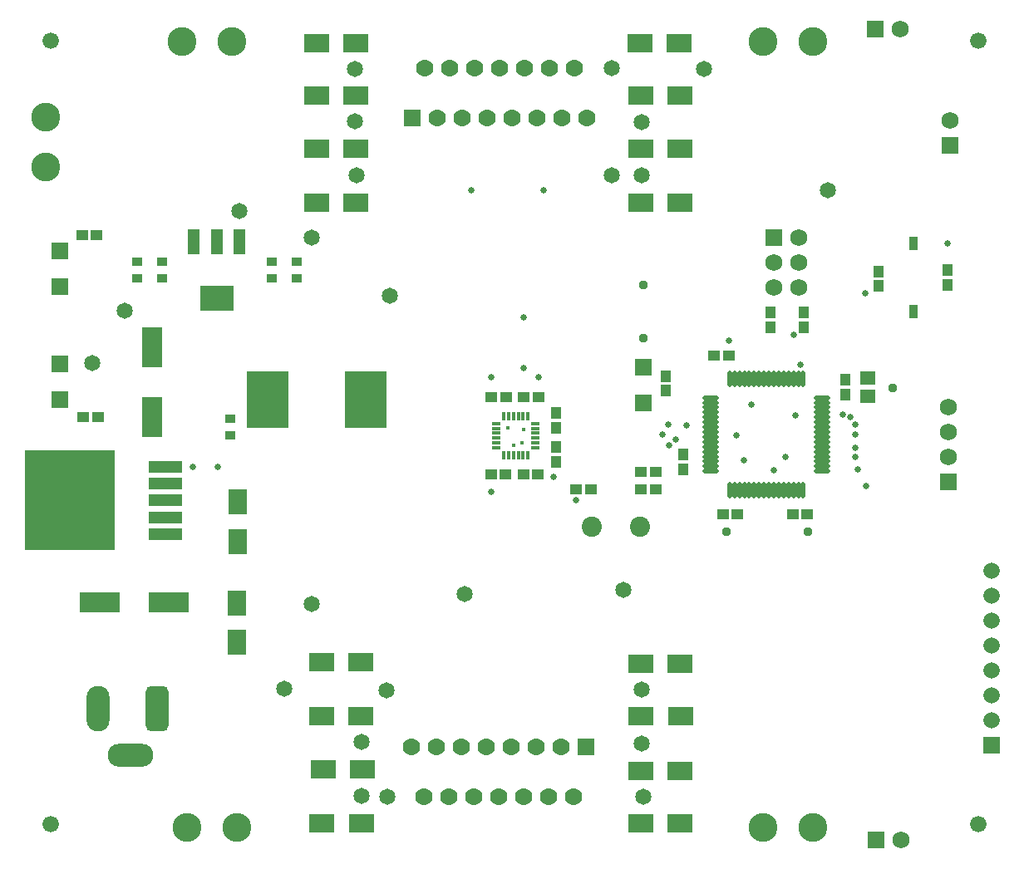
<source format=gts>
G04*
G04 #@! TF.GenerationSoftware,Altium Limited,Altium Designer,24.1.2 (44)*
G04*
G04 Layer_Color=8388736*
%FSLAX44Y44*%
%MOMM*%
G71*
G04*
G04 #@! TF.SameCoordinates,698A4BB8-AFC2-4E79-BE2A-6700BE31F3AB*
G04*
G04*
G04 #@! TF.FilePolarity,Negative*
G04*
G01*
G75*
%ADD36R,2.1500X4.1500*%
%ADD37R,4.1500X2.1500*%
%ADD38R,2.6500X1.8500*%
%ADD39R,1.8010X1.6740*%
%ADD40R,1.1524X1.1024*%
%ADD41R,1.5500X1.3500*%
%ADD42R,1.1024X1.1524*%
%ADD43R,0.9500X1.3500*%
%ADD44R,1.0000X0.9500*%
%ADD45R,3.4500X2.5500*%
%ADD46R,1.1500X2.5500*%
G04:AMPARAMS|DCode=47|XSize=1.64mm|YSize=0.43mm|CornerRadius=0.145mm|HoleSize=0mm|Usage=FLASHONLY|Rotation=90.000|XOffset=0mm|YOffset=0mm|HoleType=Round|Shape=RoundedRectangle|*
%AMROUNDEDRECTD47*
21,1,1.6400,0.1400,0,0,90.0*
21,1,1.3500,0.4300,0,0,90.0*
1,1,0.2900,0.0700,0.6750*
1,1,0.2900,0.0700,-0.6750*
1,1,0.2900,-0.0700,-0.6750*
1,1,0.2900,-0.0700,0.6750*
%
%ADD47ROUNDEDRECTD47*%
G04:AMPARAMS|DCode=48|XSize=1.64mm|YSize=0.43mm|CornerRadius=0.145mm|HoleSize=0mm|Usage=FLASHONLY|Rotation=0.000|XOffset=0mm|YOffset=0mm|HoleType=Round|Shape=RoundedRectangle|*
%AMROUNDEDRECTD48*
21,1,1.6400,0.1400,0,0,0.0*
21,1,1.3500,0.4300,0,0,0.0*
1,1,0.2900,0.6750,-0.0700*
1,1,0.2900,-0.6750,-0.0700*
1,1,0.2900,-0.6750,0.0700*
1,1,0.2900,0.6750,0.0700*
%
%ADD48ROUNDEDRECTD48*%
%ADD49R,0.4100X0.9400*%
%ADD50R,0.9400X0.4100*%
%ADD51R,4.3500X5.7500*%
%ADD52R,1.8500X2.6500*%
%ADD53R,9.2500X10.2500*%
%ADD54R,3.4000X1.2500*%
%ADD55C,1.7500*%
%ADD56R,1.7500X1.7500*%
%ADD57C,2.9440*%
%ADD58C,1.6740*%
%ADD59C,1.6700*%
%ADD60R,1.6700X1.6700*%
%ADD61R,1.7700X1.7700*%
%ADD62C,1.7700*%
%ADD63O,2.3500X4.6500*%
%ADD64O,4.6500X2.3500*%
G04:AMPARAMS|DCode=65|XSize=2.35mm|YSize=4.65mm|CornerRadius=0.625mm|HoleSize=0mm|Usage=FLASHONLY|Rotation=0.000|XOffset=0mm|YOffset=0mm|HoleType=Round|Shape=RoundedRectangle|*
%AMROUNDEDRECTD65*
21,1,2.3500,3.4000,0,0,0.0*
21,1,1.1000,4.6500,0,0,0.0*
1,1,1.2500,0.5500,-1.7000*
1,1,1.2500,-0.5500,-1.7000*
1,1,1.2500,-0.5500,1.7000*
1,1,1.2500,0.5500,1.7000*
%
%ADD65ROUNDEDRECTD65*%
%ADD66C,2.0550*%
%ADD67R,1.7500X1.7500*%
%ADD68C,1.6500*%
%ADD69C,0.6500*%
%ADD70C,0.4500*%
%ADD71C,0.9500*%
D36*
X137040Y448990D02*
D03*
Y519990D02*
D03*
D37*
X154700Y259700D02*
D03*
X83700D02*
D03*
D38*
X304680Y667370D02*
D03*
X344680D02*
D03*
X305000Y721980D02*
D03*
X345000D02*
D03*
X305000Y776590D02*
D03*
X345000D02*
D03*
X305000Y829930D02*
D03*
X345000D02*
D03*
X310400Y34910D02*
D03*
X350400D02*
D03*
X311350Y89520D02*
D03*
X351350D02*
D03*
X310080Y144130D02*
D03*
X350080D02*
D03*
X310080Y198740D02*
D03*
X350080D02*
D03*
X673930Y829930D02*
D03*
X633930D02*
D03*
X675200Y776590D02*
D03*
X635200D02*
D03*
X675200Y721980D02*
D03*
X635200D02*
D03*
X675200Y667370D02*
D03*
X635200D02*
D03*
X675200Y34910D02*
D03*
X635200D02*
D03*
X675200Y88250D02*
D03*
X635200D02*
D03*
X675520Y144130D02*
D03*
X635520D02*
D03*
X675200Y197470D02*
D03*
X635200D02*
D03*
D39*
X637420Y463662D02*
D03*
Y499730D02*
D03*
X43060Y502778D02*
D03*
Y466710D02*
D03*
Y581772D02*
D03*
Y617840D02*
D03*
D40*
X650120Y393050D02*
D03*
X635120D02*
D03*
X66040Y634350D02*
D03*
X81040D02*
D03*
X635120Y375270D02*
D03*
X650120D02*
D03*
X789940Y349870D02*
D03*
X804940D02*
D03*
X718820D02*
D03*
X733820D02*
D03*
X482480Y390510D02*
D03*
X497480D02*
D03*
X515620D02*
D03*
X530620D02*
D03*
X725050Y511160D02*
D03*
X710050D02*
D03*
X584080Y375270D02*
D03*
X569080D02*
D03*
X497720Y469250D02*
D03*
X482720D02*
D03*
X515740D02*
D03*
X530740D02*
D03*
X67310Y448930D02*
D03*
X82310D02*
D03*
D41*
X865986Y469866D02*
D03*
Y488866D02*
D03*
D42*
X843160Y487030D02*
D03*
Y472030D02*
D03*
X877450Y582400D02*
D03*
Y597400D02*
D03*
X947300Y598670D02*
D03*
Y583670D02*
D03*
X678060Y395710D02*
D03*
Y410710D02*
D03*
X548520Y437740D02*
D03*
Y452740D02*
D03*
Y403330D02*
D03*
Y418330D02*
D03*
X660280Y475720D02*
D03*
Y490720D02*
D03*
X766960Y555490D02*
D03*
Y540490D02*
D03*
X801250D02*
D03*
Y555490D02*
D03*
D43*
X913010Y556170D02*
D03*
Y626170D02*
D03*
D44*
X217050Y446880D02*
D03*
Y429880D02*
D03*
X147200Y607290D02*
D03*
Y590290D02*
D03*
X121800Y607290D02*
D03*
Y590290D02*
D03*
X284360Y607290D02*
D03*
Y590290D02*
D03*
X258960Y607290D02*
D03*
Y590290D02*
D03*
D45*
X203080Y569790D02*
D03*
D46*
X180080Y627790D02*
D03*
X203080D02*
D03*
X226080D02*
D03*
D47*
X725650Y487850D02*
D03*
X730650D02*
D03*
X735650D02*
D03*
X740650D02*
D03*
X745650D02*
D03*
X750650D02*
D03*
X755650D02*
D03*
X760650D02*
D03*
X765650D02*
D03*
X770650D02*
D03*
X775650D02*
D03*
X780650D02*
D03*
X785650D02*
D03*
X790650D02*
D03*
X795650D02*
D03*
X800650D02*
D03*
Y374450D02*
D03*
X795650D02*
D03*
X790650D02*
D03*
X785650D02*
D03*
X780650D02*
D03*
X775650D02*
D03*
X770650D02*
D03*
X765650D02*
D03*
X760650D02*
D03*
X755650D02*
D03*
X750650D02*
D03*
X745650D02*
D03*
X740650D02*
D03*
X735650D02*
D03*
X730650D02*
D03*
X725650D02*
D03*
D48*
X819850Y468650D02*
D03*
Y463650D02*
D03*
Y458650D02*
D03*
Y453650D02*
D03*
Y448650D02*
D03*
Y443650D02*
D03*
Y438650D02*
D03*
Y433650D02*
D03*
Y428650D02*
D03*
Y423650D02*
D03*
Y418650D02*
D03*
Y413650D02*
D03*
Y408650D02*
D03*
Y403650D02*
D03*
Y398650D02*
D03*
Y393650D02*
D03*
X706450D02*
D03*
Y398650D02*
D03*
Y403650D02*
D03*
Y408650D02*
D03*
Y413650D02*
D03*
Y418650D02*
D03*
Y423650D02*
D03*
Y428650D02*
D03*
Y433650D02*
D03*
Y438650D02*
D03*
Y443650D02*
D03*
Y448650D02*
D03*
Y453650D02*
D03*
Y458650D02*
D03*
Y463650D02*
D03*
Y468650D02*
D03*
D49*
X495380Y449580D02*
D03*
X500380D02*
D03*
X505380D02*
D03*
X510380D02*
D03*
X515380D02*
D03*
X520380D02*
D03*
Y410180D02*
D03*
X515380D02*
D03*
X510380D02*
D03*
X505380D02*
D03*
X500380D02*
D03*
X495380D02*
D03*
D50*
X527580Y442380D02*
D03*
Y437380D02*
D03*
Y432380D02*
D03*
Y427380D02*
D03*
Y422380D02*
D03*
Y417380D02*
D03*
X488180D02*
D03*
Y422380D02*
D03*
Y427380D02*
D03*
Y432380D02*
D03*
Y437380D02*
D03*
Y442380D02*
D03*
D51*
X354680Y466710D02*
D03*
X254680D02*
D03*
D52*
X224670Y322250D02*
D03*
Y362250D02*
D03*
X223400Y259380D02*
D03*
Y219380D02*
D03*
D53*
X53510Y363840D02*
D03*
D54*
X150510Y397840D02*
D03*
Y380840D02*
D03*
Y363840D02*
D03*
Y346840D02*
D03*
Y329840D02*
D03*
D55*
X949840Y751190D02*
D03*
X948570Y459090D02*
D03*
Y433690D02*
D03*
Y408290D02*
D03*
X796170Y631810D02*
D03*
Y606410D02*
D03*
Y581010D02*
D03*
X770770Y606410D02*
D03*
Y581010D02*
D03*
X900310Y18130D02*
D03*
X899040Y843900D02*
D03*
D56*
X949840Y725790D02*
D03*
X948570Y382890D02*
D03*
X770770Y631810D02*
D03*
D57*
X28750Y703500D02*
D03*
Y754300D02*
D03*
X218320Y831200D02*
D03*
X167520D02*
D03*
X223400Y30719D02*
D03*
X172600D02*
D03*
X759340D02*
D03*
X810140D02*
D03*
Y831200D02*
D03*
X759340D02*
D03*
D58*
X979050Y832470D02*
D03*
Y33640D02*
D03*
X34170D02*
D03*
Y832470D02*
D03*
D59*
X992700Y292066D02*
D03*
Y266665D02*
D03*
Y241266D02*
D03*
Y215865D02*
D03*
Y190466D02*
D03*
Y165065D02*
D03*
Y139665D02*
D03*
D60*
Y114265D02*
D03*
D61*
X402470Y753730D02*
D03*
X579000Y112380D02*
D03*
D62*
X415170Y804530D02*
D03*
X427870Y753730D02*
D03*
X440570Y804530D02*
D03*
X453270Y753730D02*
D03*
X465970Y804530D02*
D03*
X478670Y753730D02*
D03*
X491370Y804530D02*
D03*
X504070Y753730D02*
D03*
X516770Y804530D02*
D03*
X529470Y753730D02*
D03*
X542170Y804530D02*
D03*
X554870Y753730D02*
D03*
X567570Y804530D02*
D03*
X580270Y753730D02*
D03*
X401200Y112380D02*
D03*
X413900Y61580D02*
D03*
X426600Y112380D02*
D03*
X439300Y61580D02*
D03*
X452000Y112380D02*
D03*
X464700Y61580D02*
D03*
X477400Y112380D02*
D03*
X490100Y61580D02*
D03*
X502800Y112380D02*
D03*
X515500Y61580D02*
D03*
X528200Y112380D02*
D03*
X540900Y61580D02*
D03*
X553600Y112380D02*
D03*
X566300Y61580D02*
D03*
D63*
X82430Y151750D02*
D03*
D64*
X114930Y104250D02*
D03*
D65*
X142430Y151750D02*
D03*
D66*
X634350Y337170D02*
D03*
X585350D02*
D03*
D67*
X874910Y18130D02*
D03*
X873640Y843900D02*
D03*
D68*
X225940Y658480D02*
D03*
X109100Y556880D02*
D03*
X699650Y803260D02*
D03*
X271660Y172070D02*
D03*
X345320Y695310D02*
D03*
X299600Y258430D02*
D03*
X637420Y61580D02*
D03*
X455810Y268590D02*
D03*
X299600Y631810D02*
D03*
X379610Y572120D02*
D03*
X825380Y680070D02*
D03*
X376277Y170007D02*
D03*
X617100Y272400D02*
D03*
X636150Y749462D02*
D03*
Y695310D02*
D03*
Y116190D02*
D03*
Y170800D02*
D03*
X344050Y749920D02*
D03*
X343998Y803514D02*
D03*
X350400Y62850D02*
D03*
Y117460D02*
D03*
X76080Y503540D02*
D03*
X605670Y695310D02*
D03*
Y804530D02*
D03*
X377070Y61580D02*
D03*
D69*
X792360Y450200D02*
D03*
X770770Y394320D02*
D03*
X791090Y532750D02*
D03*
X864245Y378315D02*
D03*
X855860Y395590D02*
D03*
X853320Y408290D02*
D03*
Y417180D02*
D03*
Y441310D02*
D03*
X535820Y680070D02*
D03*
X462160D02*
D03*
X848240Y448930D02*
D03*
X797440Y502270D02*
D03*
X853320Y431150D02*
D03*
X840620Y451470D02*
D03*
X782200Y408290D02*
D03*
X740290Y404480D02*
D03*
X732670Y429880D02*
D03*
X747910Y461630D02*
D03*
X725050Y526400D02*
D03*
X863480Y574660D02*
D03*
X681870Y440040D02*
D03*
X545980Y387970D02*
D03*
X482480Y372730D02*
D03*
X515500Y498460D02*
D03*
X482480Y489570D02*
D03*
X530740D02*
D03*
X568840Y363840D02*
D03*
X947300Y625460D02*
D03*
X515500Y550530D02*
D03*
X663375Y441267D02*
D03*
X657343Y431035D02*
D03*
X670440Y426070D02*
D03*
X204350Y398130D02*
D03*
X178950D02*
D03*
X664090Y419720D02*
D03*
D70*
X515500Y436230D02*
D03*
X514230Y422260D02*
D03*
X505380Y419720D02*
D03*
X499625Y438135D02*
D03*
D71*
X891420Y478140D02*
D03*
X805060Y332090D02*
D03*
X722510D02*
D03*
X637420Y583550D02*
D03*
Y528940D02*
D03*
M02*

</source>
